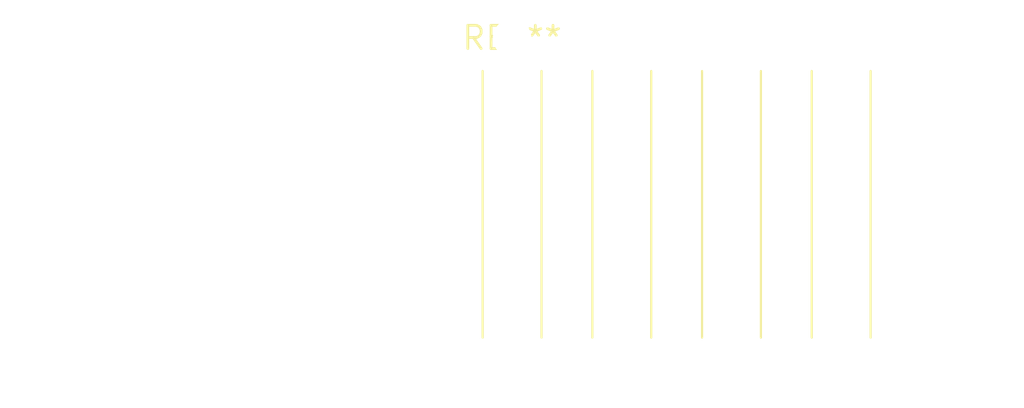
<source format=kicad_pcb>
(kicad_pcb (version 20240108) (generator pcbnew)
  (layers (0 "F.Cu" signal) (31 "B.Cu" signal) (34 "B.Paste" user) (35 "F.Paste" user) (36 "B.SilkS" user "B.Silkscreen") (37 "F.SilkS" user "F.Silkscreen") (38 "B.Mask" user) (39 "F.Mask" user) (44 "Edge.Cuts" user))
  (net 0 "")
  (footprint "SolderWire-1.5sqmm_1x04_P6mm_D1.7mm_OD3mm_Relief" (layer "F.Cu") (at 0 0)
    (property "Reference" "REF**")
    (property "Value" "SolderWire-1.5sqmm_1x04_P6mm_D1.7mm_OD3mm_Relief")
    (fp_line (start -1.61 1.81) (end -1.61 16.39) (layer "F.SilkS") (stroke (width 0.12)))
    (fp_line (start 1.61 1.81) (end 1.61 16.39) (layer "F.SilkS") (stroke (width 0.12)))
    (fp_line (start 4.39 1.81) (end 4.39 16.39) (layer "F.SilkS") (stroke (width 0.12)))
    (fp_line (start 7.61 1.81) (end 7.61 16.39) (layer "F.SilkS") (stroke (width 0.12)))
    (fp_line (start 10.39 1.81) (end 10.39 16.39) (layer "F.SilkS") (stroke (width 0.12)))
    (fp_line (start 13.61 1.81) (end 13.61 16.39) (layer "F.SilkS") (stroke (width 0.12)))
    (fp_line (start 16.39 1.81) (end 16.39 16.39) (layer "F.SilkS") (stroke (width 0.12)))
    (fp_line (start 19.61 1.81) (end 19.61 16.39) (layer "F.SilkS") (stroke (width 0.12)))
    (pad "" np_thru_hole circle (at 0 18) (size 3.5 3.5) (drill 3.5) (layers *.Cu *.Mask))
    (pad "" np_thru_hole circle (at 6 18) (size 3.5 3.5) (drill 3.5) (layers *.Cu *.Mask))
    (pad "" np_thru_hole circle (at 12 18) (size 3.5 3.5) (drill 3.5) (layers *.Cu *.Mask))
    (pad "" np_thru_hole circle (at 18 18) (size 3.5 3.5) (drill 3.5) (layers *.Cu *.Mask))
    (pad "1" thru_hole roundrect (at 0 0) (size 3.1 3.1) (drill 2.1) (layers *.Cu *.Mask) (remove_unused_layers) (roundrect_rratio 0.080645))
    (pad "2" thru_hole circle (at 6 0) (size 3.1 3.1) (drill 2.1) (layers *.Cu *.Mask) (remove_unused_layers))
    (pad "3" thru_hole circle (at 12 0) (size 3.1 3.1) (drill 2.1) (layers *.Cu *.Mask) (remove_unused_layers))
    (pad "4" thru_hole circle (at 18 0) (size 3.1 3.1) (drill 2.1) (layers *.Cu *.Mask) (remove_unused_layers))
  )
)
</source>
